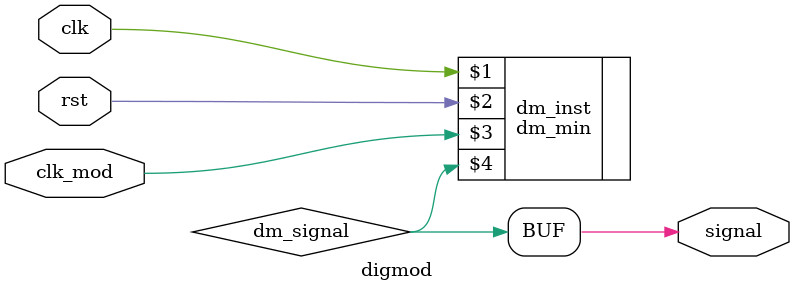
<source format=sv>
module digmod (input clk, input clk_mod, input rst, output signal);

//set c-1!!
localparam c_low = 49, b_low = 29, n_low = 21, p_low = 20;
localparam c_high = 51, b_high = 20, n_high = 20, p_high = 19;

logic freq_change, dm_signal;
logic[15:0] dm_c, dm_b, dm_n, dm_p;

//dm_sv dm2_inst (clk, rst, dm_c, dm_b, dm_n, dm_p, dm_signal);
dm_min dm_inst (clk, rst, clk_mod, dm_signal);

always_ff @ (posedge clk_mod or negedge rst)
	begin
		if(!rst)
			begin
				freq_change <= 0;
				dm_c <= c_low;
				dm_b <= b_low;
				dm_n <= n_low;
				dm_p <= p_low;
			end
		else 
			begin
				freq_change <= ~freq_change;
		
				dm_c <= (freq_change) ? c_low : c_high;
				dm_b <= (freq_change) ? b_low : b_high;
				dm_n <= (freq_change) ? n_low : n_high;
				dm_p <= (freq_change) ? p_low : p_high;
			end
	end

assign signal = dm_signal;

endmodule

</source>
